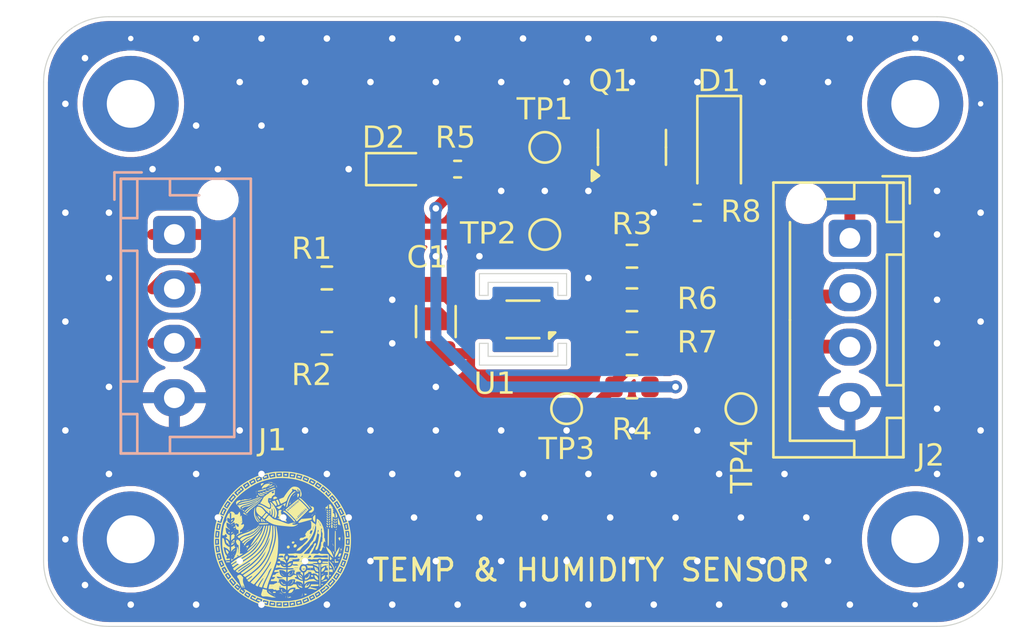
<source format=kicad_pcb>
(kicad_pcb (version 20240108) (generator "pcbnew") (generator_version "8.0")
  (layers (0 "F.Cu" signal) (1 "In1.Cu" signal) (2 "In2.Cu" signal) (31 "B.Cu" signal) (34 "B.Paste" user) (35 "F.Paste" user) (36 "B.SilkS" user "B.Silkscreen") (37 "F.SilkS" user "F.Silkscreen") (38 "B.Mask" user) (39 "F.Mask" user) (44 "Edge.Cuts" user))
  (net 0 "")
  (net 1 "3V3")
  (net 2 "GND")
  (net 3 "VIN")
  (net 4 "Net-(D1-A)")
  (net 5 "Net-(D2-A)")
  (net 6 "/I2C_OUT.SCL")
  (net 7 "/I2C_OUT.SDA")
  (net 8 "/I2C_IN.SCL")
  (net 9 "/I2C_IN.SDA")
  (net 10 "/SDA_R")
  (net 11 "/SCL_R")
  (footprint "LED_SMD:LED_0603_1608Metric" (layer "F.Cu") (at 121.29 43)
    (property "Reference" "D2" (at -0.69 -1.4 0) (layer "F.SilkS") (effects (font (thickness 0.153))))
    (property "Value" "QTLP601CRTR")
    (pad "1" smd roundrect (at -0.7875 0) (size 0.875 0.95) (layers "F.Cu" "F.Paste" "F.Mask") (net 2 "GND"))
    (pad "2" smd roundrect (at 0.7875 0) (size 0.875 0.95) (layers "F.Cu" "F.Paste" "F.Mask") (net 5 "Net-(D2-A)"))
  )
  (footprint "MountingHole:MountingHole_2.2mm_M2_Pad" (layer "F.Cu") (at 145 60)
    (property "Reference" "H1" (hide yes))
    (property "Value" "M2")
    (pad "1" thru_hole circle (at 0 0) (size 4.4 4.4) (drill 2.2) (layers "*.Cu" "*.Mask"))
  )
  (footprint "Resistor_SMD:R_0603_1608Metric" (layer "F.Cu") (at 118 51 180)
    (property "Reference" "R2" (at 0.7 -1.5 180) (layer "F.SilkS") (effects (font (thickness 0.153))))
    (property "Value" "0R")
    (pad "1" smd roundrect (at -0.825 0 180) (size 0.8 0.95) (layers "F.Cu" "F.Paste" "F.Mask") (net 8 "/I2C_IN.SCL"))
    (pad "2" smd roundrect (at 0.825 0 180) (size 0.8 0.95) (layers "F.Cu" "F.Paste" "F.Mask") (net 6 "/I2C_OUT.SCL"))
  )
  (footprint "Resistor_SMD:R_0603_1608Metric" (layer "F.Cu") (at 118 48 180)
    (property "Reference" "R1" (at 0.7 1.3 180) (layer "F.SilkS") (effects (font (thickness 0.153))))
    (property "Value" "0R")
    (pad "1" smd roundrect (at -0.825 0 180) (size 0.8 0.95) (layers "F.Cu" "F.Paste" "F.Mask") (net 9 "/I2C_IN.SDA"))
    (pad "2" smd roundrect (at 0.825 0 180) (size 0.8 0.95) (layers "F.Cu" "F.Paste" "F.Mask") (net 7 "/I2C_OUT.SDA"))
  )
  (footprint "Capacitor_SMD:C_1206_3216Metric" (layer "F.Cu") (at 123 50 -90)
    (property "Reference" "C1" (at -2.9 0.4 180) (layer "F.SilkS") (effects (font (thickness 0.153))))
    (property "Value" "100nF")
    (pad "1" smd roundrect (at -1.475 0 270) (size 1.15 1.8) (layers "F.Cu" "F.Paste" "F.Mask") (roundrect_rratio 0.217391) (net 1 "3V3"))
    (pad "2" smd roundrect (at 1.475 0 270) (size 1.15 1.8) (layers "F.Cu" "F.Paste" "F.Mask") (roundrect_rratio 0.217391) (net 2 "GND"))
  )
  (footprint "Resistor_SMD:R_0603_1608Metric" (layer "F.Cu") (at 132 53)
    (property "Reference" "R4" (at 0 2 0) (layer "F.SilkS") (effects (font (thickness 0.153))))
    (property "Value" "4.7kR")
    (pad "1" smd roundrect (at -0.825 0) (size 0.8 0.95) (layers "F.Cu" "F.Paste" "F.Mask") (net 8 "/I2C_IN.SCL"))
    (pad "2" smd roundrect (at 0.825 0) (size 0.8 0.95) (layers "F.Cu" "F.Paste" "F.Mask") (net 1 "3V3"))
  )
  (footprint "LOGO" (layer "F.Cu") (at 116 60)
    (property "Reference" "G***" (hide yes))
    (property "Value" "LOGO" (hide yes))
  )
  (footprint "Diode_SMD:D_SOD-123" (layer "F.Cu") (at 136 42 -90)
    (property "Reference" "D1" (at -3 0 0) (layer "F.SilkS") (effects (font (thickness 0.153))))
    (property "Value" "MMSZ5231B-7-F")
    (pad "1" smd roundrect (at -1.65 0 270) (size 0.9 1.2) (layers "F.Cu" "F.Paste" "F.Mask") (net 3 "VIN"))
    (pad "2" smd roundrect (at 1.65 0 270) (size 0.9 1.2) (layers "F.Cu" "F.Paste" "F.Mask") (net 4 "Net-(D1-A)"))
  )
  (footprint "MountingHole:MountingHole_2.2mm_M2_Pad" (layer "F.Cu") (at 109 40)
    (property "Reference" "H3" (hide yes))
    (property "Value" "M2")
    (pad "1" thru_hole circle (at 0 0) (size 4.4 4.4) (drill 2.2) (layers "*.Cu" "*.Mask"))
  )
  (footprint "MountingHole:MountingHole_2.2mm_M2_Pad" (layer "F.Cu") (at 109 60)
    (property "Reference" "H4" (hide yes))
    (property "Value" "M2")
    (pad "1" thru_hole circle (at 0 0) (size 4.4 4.4) (drill 2.2) (layers "*.Cu" "*.Mask"))
  )
  (footprint "Resistor_SMD:R_0402_1005Metric" (layer "F.Cu") (at 124 43)
    (property "Reference" "R5" (at -0.1 -1.4 0) (layer "F.SilkS") (effects (font (thickness 0.153))))
    (property "Value" "330R")
    (pad "1" smd roundrect (at -0.51 0) (size 0.54 0.64) (layers "F.Cu" "F.Paste" "F.Mask") (net 5 "Net-(D2-A)"))
    (pad "2" smd roundrect (at 0.51 0) (size 0.54 0.64) (layers "F.Cu" "F.Paste" "F.Mask") (net 1 "3V3"))
  )
  (footprint "Package_TO_SOT_SMD:SOT-23-3" (layer "F.Cu") (at 132 42 90)
    (property "Reference" "Q1" (at 3 -1 0) (layer "F.SilkS") (effects (font (thickness 0.153))))
    (property "Value" "DMP1045U-7")
    (pad "1" smd roundrect (at -1.1375 -0.95 90) (size 1.325 0.6) (layers "F.Cu" "F.Paste" "F.Mask") (net 1 "3V3"))
    (pad "2" smd roundrect (at -1.1375 0.95 90) (size 1.325 0.6) (layers "F.Cu" "F.Paste" "F.Mask") (net 4 "Net-(D1-A)"))
    (pad "3" smd roundrect (at 1.1375 0 90) (size 1.325 0.6) (layers "F.Cu" "F.Paste" "F.Mask") (net 3 "VIN"))
  )
  (footprint "TestPoint:TestPoint_Pad_D1.0mm" (layer "F.Cu") (at 128 42 90)
    (property "Reference" "TP1" (at 1.7 0 180) (layer "F.SilkS") (effects (font (thickness 0.153))))
    (property "Value" "~")
    (pad "1" smd circle (at 0 0 90) (size 1 1) (layers "F.Cu" "F.Mask") (net 1 "3V3"))
  )
  (footprint "Resistor_SMD:R_0603_1608Metric" (layer "F.Cu") (at 132 47)
    (property "Reference" "R3" (at 0 -1.43 0) (layer "F.SilkS") (effects (font (thickness 0.153))))
    (property "Value" "4.7kR")
    (pad "1" smd roundrect (at -0.825 0) (size 0.8 0.95) (layers "F.Cu" "F.Paste" "F.Mask") (net 9 "/I2C_IN.SDA"))
    (pad "2" smd roundrect (at 0.825 0) (size 0.8 0.95) (layers "F.Cu" "F.Paste" "F.Mask") (net 1 "3V3"))
  )
  (footprint "TestPoint:TestPoint_Pad_D1.0mm" (layer "F.Cu") (at 129 54 90)
    (property "Reference" "TP3" (at -1.9 0 0) (layer "F.SilkS") (effects (font (thickness 0.153))))
    (property "Value" "~")
    (pad "1" smd circle (at 0 0 90) (size 1 1) (layers "F.Cu" "F.Mask") (net 8 "/I2C_IN.SCL"))
  )
  (footprint "Resistor_SMD:R_0603_1608Metric" (layer "F.Cu") (at 132 51)
    (property "Reference" "R7" (at 3 0 0) (layer "F.SilkS") (effects (font (thickness 0.153))))
    (property "Value" "0R")
    (pad "1" smd roundrect (at -0.825 0) (size 0.8 0.95) (layers "F.Cu" "F.Paste" "F.Mask") (net 11 "/SCL_R"))
    (pad "2" smd roundrect (at 0.825 0) (size 0.8 0.95) (layers "F.Cu" "F.Paste" "F.Mask") (net 8 "/I2C_IN.SCL"))
  )
  (footprint "Resistor_SMD:R_0603_1608Metric" (layer "F.Cu") (at 132 49)
    (property "Reference" "R6" (at 3 0 0) (layer "F.SilkS") (effects (font (thickness 0.153))))
    (property "Value" "0R")
    (pad "1" smd roundrect (at -0.825 0) (size 0.8 0.95) (layers "F.Cu" "F.Paste" "F.Mask") (net 10 "/SDA_R"))
    (pad "2" smd roundrect (at 0.825 0) (size 0.8 0.95) (layers "F.Cu" "F.Paste" "F.Mask") (net 9 "/I2C_IN.SDA"))
  )
  (footprint "Connector_JST:JST_XH_B4B-XH-AM_1x04_P2.50mm_Vertical" (layer "F.Cu") (at 142 46.175 -90)
    (property "Reference" "J2" (at 10.025 -3.7 180) (layer "F.SilkS") (effects (font (thickness 0.153))))
    (property "Value" "B4B-XH-AM")
    (pad "" np_thru_hole circle (at -1.6 2 270) (size 1.2 1.2) (drill 1.2) (layers "F&B.Cu" "*.Mask"))
    (pad "1" thru_hole roundrect (at 0 0 270) (size 1.7 1.95) (drill 0.95) (layers "*.Cu" "*.Mask") (roundrect_rratio 0.147059) (net 3 "VIN"))
    (pad "2" thru_hole oval (at 2.5 0 270) (size 1.7 1.95) (drill 0.95) (layers "*.Cu" "*.Mask") (net 9 "/I2C_IN.SDA"))
    (pad "3" thru_hole oval (at 5 0 270) (size 1.7 1.95) (drill 0.95) (layers "*.Cu" "*.Mask") (net 8 "/I2C_IN.SCL"))
    (pad "4" thru_hole oval (at 7.5 0 270) (size 1.7 1.95) (drill 0.95) (layers "*.Cu" "*.Mask") (net 2 "GND"))
  )
  (footprint "TestPoint:TestPoint_Pad_D1.0mm" (layer "F.Cu") (at 137 54 90)
    (property "Reference" "TP4" (at -2.6 0.1 90) (layer "F.SilkS") (effects (font (thickness 0.153))))
    (property "Value" "~")
    (pad "1" smd circle (at 0 0 90) (size 1 1) (layers "F.Cu" "F.Mask") (net 2 "GND"))
  )
  (footprint "TestPoint:TestPoint_Pad_D1.0mm" (layer "F.Cu") (at 128 46 90)
    (property "Reference" "TP2" (at 0 -2.6 180) (layer "F.SilkS") (effects (font (thickness 0.153))))
    (property "Value" "~")
    (pad "1" smd circle (at 0 0 90) (size 1 1) (layers "F.Cu" "F.Mask") (net 9 "/I2C_IN.SDA"))
  )
  (footprint "Resistor_SMD:R_0402_1005Metric" (layer "F.Cu") (at 135 45 180)
    (property "Reference" "R8" (at -2 0 180) (layer "F.SilkS") (effects (font (thickness 0.153))))
    (property "Value" "10R")
    (pad "1" smd roundrect (at -0.51 0 180) (size 0.54 0.64) (layers "F.Cu" "F.Paste" "F.Mask") (net 4 "Net-(D1-A)"))
    (pad "2" smd roundrect (at 0.51 0 180) (size 0.54 0.64) (layers "F.Cu" "F.Paste" "F.Mask") (net 2 "GND"))
  )
  (footprint "MountingHole:MountingHole_2.2mm_M2_Pad" (layer "F.Cu") (at 145 40)
    (property "Reference" "H2" (hide yes))
    (property "Value" "M2")
    (pad "1" thru_hole circle (at 0 0) (size 4.4 4.4) (drill 2.2) (layers "*.Cu" "*.Mask"))
  )
  (footprint "Sensor_Humidity:Sensirion_DFN-4_1.5x1.5mm_P0.8mm_SHT4x_NoCentralPad" (layer "F.Cu") (at 127 49.9 180)
    (property "Reference" "U1" (at 1.3 -3 180) (layer "F.SilkS") (effects (font (thickness 0.153))))
    (property "Value" "SHT4x")
    (pad "1" smd rect (at -0.7 -0.4 180) (size 0.5 0.3) (layers "F.Cu" "F.Paste" "F.Mask") (net 11 "/SCL_R"))
    (pad "2" smd rect (at -0.7 0.4 180) (size 0.5 0.3) (layers "F.Cu" "F.Paste" "F.Mask") (net 10 "/SDA_R"))
    (pad "3" smd rect (at 0.7 0.4 180) (size 0.5 0.3) (layers "F.Cu" "F.Paste" "F.Mask") (net 1 "3V3"))
    (pad "4" smd rect (at 0.7 -0.4 180) (size 0.5 0.3) (layers "F.Cu" "F.Paste" "F.Mask") (net 2 "GND"))
    (zone (net 0) (net_name "") (layer "F.Cu") (connect_pads (clearance 0)) (min_thickness 0.254)
      (keepout (tracks not_allowed) (vias not_allowed) (pads allowed) (copperpour not_allowed) (footprints allowed))
      (fill (thermal_gap 0.508) (thermal_bridge_width 0.508))
      (polygon (pts (xy 126.25 50.45) (xy 126.55 50.45) (xy 126.55 50.15) (xy 126.25 50.15) (xy 126.25 49.65) (xy 126.55 49.65) (xy 126.55 49.35) (xy 126.25 49.35) (xy 126.25 49.15) (xy 127.75 49.15) (xy 127.75 49.35) (xy 127.45 49.35) (xy 127.45 49.65) (xy 127.75 49.65) (xy 127.75 50.15) (xy 127.45 50.15) (xy 127.45 50.45) (xy 127.75 50.45) (xy 127.75 50.65) (xy 126.25 50.65)))
    )
  )
  (footprint "Connector_JST:JST_XH_B4B-XH-AM_1x04_P2.50mm_Vertical" (layer "B.Cu") (at 111 46 -90)
    (property "Reference" "J1" (at 9.5 -4.5 180) (layer "F.SilkS"))
    (property "Value" "B4B-XH-AM")
    (pad "" np_thru_hole circle (at -1.6 -2 270) (size 1.2 1.2) (drill 1.2) (layers "F&B.Cu" "*.Mask"))
    (pad "1" thru_hole roundrect (at 0 0 270) (size 1.7 1.95) (drill 0.95) (layers "*.Cu" "*.Mask") (roundrect_rratio 0.147059) (net 3 "VIN"))
    (pad "2" thru_hole oval (at 2.5 0 270) (size 1.7 1.95) (drill 0.95) (layers "*.Cu" "*.Mask") (net 7 "/I2C_OUT.SDA"))
    (pad "3" thru_hole oval (at 5 0 270) (size 1.7 1.95) (drill 0.95) (layers "*.Cu" "*.Mask") (net 6 "/I2C_OUT.SCL"))
    (pad "4" thru_hole oval (at 7.5 0 270) (size 1.7 1.95) (drill 0.95) (layers "*.Cu" "*.Mask") (net 2 "GND"))
  )
  (gr_line (start 125 52) (end 129 52) (stroke (width 0.05)) (layer "Edge.Cuts"))
  (gr_line (start 129 51) (end 128.6 51) (stroke (width 0.05)) (layer "Edge.Cuts"))
  (gr_line (start 105 61) (end 105 39) (stroke (width 0.05)) (layer "Edge.Cuts"))
  (gr_line (start 125 48.8) (end 125.4 48.8) (stroke (width 0.05)) (layer "Edge.Cuts"))
  (gr_line (start 125.4 48.2) (end 128.6 48.2) (stroke (width 0.05)) (layer "Edge.Cuts"))
  (gr_line (start 128.6 48.8) (end 129 48.8) (stroke (width 0.05)) (layer "Edge.Cuts"))
  (gr_arc (start 108 64) (mid 105.87868 63.12132) (end 105 61) (stroke (width 0.05)) (layer "Edge.Cuts"))
  (gr_line (start 149 39) (end 149 61) (stroke (width 0.05)) (layer "Edge.Cuts"))
  (gr_line (start 146 64) (end 108 64) (stroke (width 0.05)) (layer "Edge.Cuts"))
  (gr_line (start 128.6 48.2) (end 128.6 48.8) (stroke (width 0.05)) (layer "Edge.Cuts"))
  (gr_line (start 125.4 48.8) (end 125.4 48.2) (stroke (width 0.05)) (layer "Edge.Cuts"))
  (gr_line (start 129 48.8) (end 129 47.8) (stroke (width 0.05)) (layer "Edge.Cuts"))
  (gr_line (start 125 47.8) (end 125 48.8) (stroke (width 0.05)) (layer "Edge.Cuts"))
  (gr_line (start 129 52) (end 129 51) (stroke (width 0.05)) (layer "Edge.Cuts"))
  (gr_line (start 129 47.8) (end 125 47.8) (stroke (width 0.05)) (layer "Edge.Cuts"))
  (gr_line (start 108 36) (end 146 36) (stroke (width 0.05)) (layer "Edge.Cuts"))
  (gr_arc (start 105 39) (mid 105.87868 36.87868) (end 108 36) (stroke (width 0.05)) (layer "Edge.Cuts"))
  (gr_arc (start 146 36) (mid 148.12132 36.87868) (end 149 39) (stroke (width 0.05)) (layer "Edge.Cuts"))
  (gr_arc (start 149 61) (mid 148.12132 63.12132) (end 146 64) (stroke (width 0.05)) (layer "Edge.Cuts"))
  (gr_line (start 125.4 51.6) (end 125.4 51) (stroke (width 0.05)) (layer "Edge.Cuts"))
  (gr_line (start 128.6 51) (end 128.6 51.6) (stroke (width 0.05)) (layer "Edge.Cuts"))
  (gr_line (start 128.6 51.6) (end 125.4 51.6) (stroke (width 0.05)) (layer "Edge.Cuts"))
  (gr_line (start 125.4 51) (end 125 51) (stroke (width 0.05)) (layer "Edge.Cuts"))
  (gr_line (start 125 51) (end 125 52) (stroke (width 0.05)) (layer "Edge.Cuts"))
  (gr_text "TEMP & HUMIDITY SENSOR" (at 120 62 0) (layer "F.SilkS") (effects (font (size 1 1)) (justify left bottom)))
  (segment (start 131.05 45.225) (end 131.05 43.1375) (width 0.5) (layer "F.Cu") (net 1))
  (segment (start 130.3 42) (end 128 42) (width 0.5) (layer "F.Cu") (net 1))
  (segment (start 123 48.525) (end 123 47) (width 0.5) (layer "F.Cu") (net 1))
  (segment (start 125.51 42) (end 124.51 43) (width 0.5) (layer "F.Cu") (net 1))
  (segment (start 123.325 48.525) (end 123 48.525) (width 0.2) (layer "F.Cu") (net 1))
  (segment (start 128 42) (end 125.51 42) (width 0.5) (layer "F.Cu") (net 1))
  (segment (start 131.05 43.1375) (end 131.05 42.75) (width 0.5) (layer "F.Cu") (net 1))
  (segment (start 123.975 49.5) (end 123 48.525) (width 0.3) (layer "F.Cu") (net 1))
  (segment (start 124.51 43) (end 124.51 43.29) (width 0.5) (layer "F.Cu") (net 1))
  (segment (start 132.825 53) (end 134 53) (width 0.5) (layer "F.Cu") (net 1))
  (segment (start 124.51 43.29) (end 123 44.8) (width 0.5) (layer "F.Cu") (net 1))
  (segment (start 131.05 42.75) (end 130.3 42) (width 0.5) (layer "F.Cu") (net 1))
  (segment (start 132.825 47) (end 131.05 45.225) (width 0.5) (layer "F.Cu") (net 1))
  (segment (start 126.3 49.5) (end 123.975 49.5) (width 0.3) (layer "F.Cu") (net 1))
  (via (at 134 53) (size 0.6) (drill 0.3) (layers "F.Cu" "B.Cu") (net 1))
  (via (at 123 47) (size 0.6) (drill 0.3) (layers "F.Cu" "B.Cu") (net 1))
  (via (at 123 44.8) (size 0.6) (drill 0.3) (layers "F.Cu" "B.Cu") (net 1))
  (segment (start 134 53) (end 125.263604 53) (width 0.5) (layer "B.Cu") (net 1))
  (segment (start 125.263604 53) (end 123 50.736396) (width 0.5) (layer "B.Cu") (net 1))
  (segment (start 123 50.736396) (end 123 47) (width 0.5) (layer "B.Cu") (net 1))
  (segment (start 123 44.8) (end 123 47) (width 0.5) (layer "B.Cu") (net 1))
  (segment (start 134.49 45) (end 133 45) (width 0.5) (layer "F.Cu") (net 2))
  (segment (start 123 53) (end 123 51.475) (width 0.5) (layer "F.Cu") (net 2))
  (via (at 132 39) (size 0.6) (drill 0.3) (layers "F.Cu" "B.Cu") (net 2))
  (via (at 130 44) (size 0.6) (drill 0.3) (layers "F.Cu" "B.Cu") (net 2))
  (via (at 115 41) (size 0.6) (drill 0.3) (layers "F.Cu" "B.Cu") (net 2))
  (via (at 136 57) (size 0.6) (drill 0.3) (layers "F.Cu" "B.Cu") (net 2))
  (via (at 123 61) (size 0.6) (drill 0.3) (layers "F.Cu" "B.Cu") (net 2))
  (via (at 125 47) (size 0.6) (drill 0.3) (layers "F.Cu" "B.Cu") (net 2))
  (via (at 114 39) (size 0.6) (drill 0.3) (layers "F.Cu" "B.Cu") (net 2))
  (via (at 129 55) (size 0.6) (drill 0.3) (layers "F.Cu" "B.Cu") (net 2))
  (via (at 127 57) (size 0.6) (drill 0.3) (layers "F.Cu" "B.Cu") (net 2))
  (via (at 148 60) (size 0.6) (drill 0.3) (layers "F.Cu" "B.Cu") (net 2))
  (via (at 109 63) (size 0.6) (drill 0.3) (layers "F.Cu" "B.Cu") (net 2))
  (via (at 117 61) (size 0.6) (drill 0.3) (layers "F.Cu" "B.Cu") (net 2))
  (via (at 119 43) (size 0.6) (drill 0.3) (layers "F.Cu" "B.Cu") (net 2))
  (via (at 108 45) (size 0.6) (drill 0.3) (layers "F.Cu" "B.Cu") (net 2))
  (via (at 113 59) (size 0.6) (drill 0.3) (layers "F.Cu" "B.Cu") (net 2))
  (via (at 131 59) (size 0.6) (drill 0.3) (layers "F.Cu" "B.Cu") (net 2))
  (via (at 133 63) (size 0.6) (drill 0.3) (layers "F.Cu" "B.Cu") (net 2))
  (via (at 106.9 62.1) (size 0.6) (drill 0.3) (layers "F.Cu" "B.Cu") (net 2))
  (via (at 106 55) (size 0.6) (drill 0.3) (layers "F.Cu" "B.Cu") (net 2))
  (via (at 124 37) (size 0.6) (drill 0.3) (layers "F.Cu" "B.Cu") (net 2))
  (via (at 120 61) (size 0.6) (drill 0.3) (layers "F.Cu" "B.Cu") (net 2))
  (via (at 135 61) (size 0.6) (drill 0.3) (layers "F.Cu" "B.Cu") (net 2))
  (via (at 108 53) (size 0.6) (drill 0.3) (layers "F.Cu" "B.Cu") (net 2))
  (via (at 139 63) (size 0.6) (drill 0.3) (layers "F.Cu" "B.Cu") (net 2))
  (via (at 123 53) (size 0.6) (drill 0.3) (layers "F.Cu" "B.Cu") (net 2))
  (via (at 142 63) (size 0.6) (drill 0.3) (layers "F.Cu" "B.Cu") (net 2))
  (via (at 117 39) (size 0.6) (drill 0.3) (layers "F.Cu" "B.Cu") (net 2))
  (via (at 116 59) (size 0.6) (drill 0.3) (layers "F.Cu" "B.Cu") (net 2))
  (via (at 121 37) (size 0.6) (drill 0.3) (layers "F.Cu" "B.Cu") (net 2))
  (via (at 146 51) (size 0.6) (drill 0.3) (layers "F.Cu" "B.Cu") (net 2))
  (via (at 108 57) (size 0.6) (drill 0.3) (layers "F.Cu" "B.Cu") (net 2))
  (via (at 135 55) (size 0.6) (drill 0.3) (layers "F.Cu" "B.Cu") (net 2))
  (via (at 126 44) (size 0.6) (drill 0.3) (layers "F.Cu" "B.Cu") (net 2))
  (via (at 142 37) (size 0.6) (drill 0.3) (layers "F.Cu" "B.Cu") (net 2))
  (via (at 106.9 37.9) (size 0.6) (drill 0.3) (layers "F.Cu" "B.Cu") (net 2))
  (via (at 129 61) (size 0.6) (drill 0.3) (layers "F.Cu" "B.Cu") (net 2))
  (via (at 130 37) (size 0.6) (drill 0.3) (layers "F.Cu" "B.Cu") (net 2))
  (via (at 123 39) (size 0.6) (drill 0.3) (layers "F.Cu" "B.Cu") (net 2))
  (via (at 139 37) (size 0.6) (drill 0.3) (layers "F.Cu" "B.Cu") (net 2))
  (via (at 119 59) (size 0.6) (drill 0.3) (layers "F.Cu" "B.Cu") (net 2))
  (via (at 135 39) (size 0.6) (drill 0.3) (layers "F.Cu" "B.Cu") (net 2))
  (via (at 130 57) (size 0.6) (drill 0.3) (layers "F.Cu" "B.Cu") (net 2))
  (via (at 128 59) (size 0.6) (drill 0.3) (layers "F.Cu" "B.Cu") (net 2))
  (via (at 127 37) (size 0.6) (drill 0.3) (layers "F.Cu" "B.Cu") (net 2))
  (via (at 112 57) (size 0.6) (drill 0.3) (layers "F.Cu" "B.Cu") (net 2))
  (via (at 130 48) (size 0.6) (drill 0.3) (layers "F.Cu" "B.Cu") (net 2))
  (via (at 106 60) (size 0.6) (drill 0.3) (layers "F.Cu" "B.Cu") (net 2))
  (via (at 137 59) (size 0.6) (drill 0.3) (layers "F.Cu" "B.Cu") (net 2))
  (via (at 112 63) (size 0.6) (drill 0.3) (layers "F.Cu" "B.Cu") (net 2))
  (via (at 120 39) (size 0.6) (drill 0.3) (layers "F.Cu" "B.Cu") (net 2))
  (via (at 121 51) (size 0.6) (drill 0.3) (layers "F.Cu" "B.Cu") (net 2))
  (via (at 108 48) (size 0.6) (drill 0.3) (layers "F.Cu" "B.Cu") (net 2))
  (via (at 123 55) (size 0.6) (drill 0.3) (layers "F.Cu" "B.Cu") (net 2))
  (via (at 115 63) (size 0.6) (drill 0.3) (layers "F.Cu" "B.Cu") (net 2))
  (via (at 126 39) (size 0.6) (drill 0.3) (layers "F.Cu" "B.Cu") (net 2))
  (via (at 112 41) (size 0.6) (drill 0.3) (layers "F.Cu" "B.Cu") (net 2))
  (via (at 141 61) (size 0.6) (drill 0.3) (layers "F.Cu" "B.Cu") (net 2))
  (via (at 138 39) (size 0.6) (drill 0.3) (layers "F.Cu" "B.Cu") (net 2))
  (via (at 120 55) (size 0.6) (drill 0.3) (layers "F.Cu" "B.Cu") (net 2))
  (via (at 114 55) (size 0.6) (drill 0.3) (layers "F.Cu" "B.Cu") (net 2))
  (via (at 145 63) (size 0.6) (drill 0.25) (layers "F.Cu" "B.Cu") (net 2))
  (via (at 140 59) (size 0.6) (drill 0.3) (layers "F.Cu" "B.Cu") (net 2))
  (via (at 106 40) (size 0.6) (drill 0.3) (layers "F.Cu" "B.Cu") (net 2))
  (via (at 134 59) (size 0.6) (drill 0.3) (layers "F.Cu" "B.Cu") (net 2))
  (via (at 118 57) (size 0.6) (drill 0.3) (layers "F.Cu" "B.Cu") (net 2))
  (via (at 146 44) (size 0.6) (drill 0.3) (layers "F.Cu" "B.Cu") (net 2))
  (via (at 146 46) (size 0.6) (drill 0.3) (layers "F.Cu" "B.Cu") (net 2))
  (via (at 121 63) (size 0.6) (drill 0.3) (layers "F.Cu" "B.Cu") (net 2))
  (via (at 147.1 62.1) (size 0.6) (drill 0.3) (layers "F.Cu" "B.Cu") (net 2))
  (via (at 121 49) (size 0.6) (drill 0.3) (layers "F.Cu" "B.Cu") (net 2))
  (via (at 133 37) (size 0.6) (drill 0.3) (layers "F.Cu" "B.Cu") (net 2))
  (via (at 115 37) (size 0.6) (drill 0.3) (layers "F.Cu" "B.Cu") (net 2))
  (via (at 133 45) (size 0.6) (drill 0.3) (layers "F.Cu" "B.Cu") (net 2))
  (via (at 106 50) (size 0.6) (drill 0.3) (layers "F.Cu" "B.Cu") (net 2))
  (via (at 106 45) (size 0.6) (drill 0.3) (layers "F.Cu" "B.Cu") (net 2))
  (via (at 148 55) (size 0.6) (drill 0.3) (layers "F.Cu" "B.Cu") (net 2))
  (via (at 128 44) (size 0.6) (drill 0.3) (layers "F.Cu" "B.Cu") (net 2))
  (via (at 126 55) (size 0.6) (drill 0.3) (layers "F.Cu" "B.Cu") (net 2))
  (via (at 127 63) (size 0.6) (drill 0.3) (layers "F.Cu" "B.Cu") (net 2))
  (via (at 122 59) (size 0.6) (drill 0.3) (layers "F.Cu" "B.Cu") (net 2))
  (via (at 148 50) (size 0.6) (drill 0.3) (layers "F.Cu" "B.Cu") (net 2))
  (via (at 139 57) (size 0.6) (drill 0.3) (layers "F.Cu" "B.Cu") (net 2))
  (via (at 124 57) (size 0.6) (drill 0.3) (layers "F.Cu" "B.Cu") (net 2))
  (via (at 146 54) (size 0.6) (drill 0.3) (layers "F.Cu" "B.Cu") (net 2))
  (via (at 138 61) (size 0.6) (drill 0.3) (layers "F.Cu" "B.Cu") (net 2))
  (via (at 132 55) (size 0.6) (drill 0.3) (layers "F.Cu" "B.Cu") (net 2))
  (via (at 109 37) (size 0.6) (drill 0.25) (layers "F.Cu" "B.Cu") (net 2))
  (via (at 112 37) (size 0.6) (drill 0.3) (layers "F.Cu" "B.Cu") (net 2))
  (via (at 117 55) (size 0.6) (drill 0.3) (layers "F.Cu" "B.Cu") (net 2))
  (via (at 114 61) (size 0.6) (drill 0.3) (layers "F.Cu" "B.Cu") (net 2))
  (via (at 146 49) (size 0.6) (drill 0.3) (layers "F.Cu" "B.Cu") (net 2))
  (via (at 110 43) (size 0.6) (drill 0.3) (layers "F.Cu" "B.Cu") (net 2))
  (via (at 136 63) (size 0.6) (drill 0.3) (layers "F.Cu" "B.Cu") (net 2))
  (via (at 148 45) (size 0.6) (drill 0.3) (layers "F.Cu" "B.Cu") (net 2))
  (via (at 121 57) (size 0.6) (drill 0.3) (layers "F.Cu" "B.Cu") (net 2))
  (via (at 118 63) (size 0.6) (drill 0.3) (layers "F.Cu" "B.Cu") (net 2))
  (via (at 130 63) (size 0.6) (drill 0.3) (layers "F.Cu" "B.Cu") (net 2))
  (via (at 145 37) (size 0.6) (drill 0.3) (layers "F.Cu" "B.Cu") (net 2))
  (via (at 126 61) (size 0.6) (drill 0.3) (layers "F.Cu" "B.Cu") (net 2))
  (via (at 129 39) (size 0.6) (drill 0.3) (layers "F.Cu" "B.Cu") (net 2))
  (via (at 148 40) (size 0.6) (drill 0.25) (layers "F.Cu" "B.Cu") (net 2))
  (via (at 115 57) (size 0.6) (drill 0.3) (layers "F.Cu" "B.Cu") (net 2))
  (via (at 125 59) (size 0.6) (drill 0.3) (layers "F.Cu" "B.Cu") (net 2))
  (via (at 132 61) (size 0.6) (drill 0.3) (layers "F.Cu" "B.Cu") (net 2))
  (via (at 113 43) (size 0.6) (drill 0.3) (layers "F.Cu" "B.Cu") (net 2))
  (via (at 146 57) (size 0.6) (drill 0.3) (layers "F.Cu" "B.Cu") (net 2))
  (via (at 147.1 37.9) (size 0.6) (drill 0.3) (layers "F.Cu" "B.Cu") (net 2))
  (via (at 118 37) (size 0.6) (drill 0.3) (layers "F.Cu" "B.Cu") (net 2))
  (via (at 124 63) (size 0.6) (drill 0.3) (layers "F.Cu" "B.Cu") (net 2))
  (via (at 141 39) (size 0.6) (drill 0.3) (layers "F.Cu" "B.Cu") (net 2))
  (via (at 136 37) (size 0.6) (drill 0.3) (layers "F.Cu" "B.Cu") (net 2))
  (via (at 133 57) (size 0.6) (drill 0.3) (layers "F.Cu" "B.Cu") (net 2))
  (segment (start 132 40.8625) (end 132 40.6) (width 0.5) (layer "F.Cu") (net 3))
  (segment (start 132.5 40.1) (end 135.75 40.1) (width 0.5) (layer "F.Cu") (net 3))
  (segment (start 135.75 40.1) (end 136 40.35) (width 0.5) (layer "F.Cu") (net 3))
  (segment (start 138.472056 40.35) (end 136 40.35) (width 0.5) (layer "F.Cu") (net 3))
  (segment (start 132 40.8625) (end 118.2375 40.8625) (width 0.5) (layer "F.Cu") (net 3))
  (segment (start 142 46.175) (end 142 43.877944) (width 0.5) (layer "F.Cu") (net 3))
  (segment (start 113.1 46) (end 110 46) (width 0.5) (layer "F.Cu") (net 3))
  (segment (start 132 40.6) (end 132.5 40.1) (width 0.5) (layer "F.Cu") (net 3))
  (segment (start 118.2375 40.8625) (end 113.1 46) (width 0.5) (layer "F.Cu") (net 3))
  (segment (start 142 43.877944) (end 138.472056 40.35) (width 0.5) (layer "F.Cu") (net 3))
  (segment (start 135.51 44.14) (end 136 43.65) (width 0.5) (layer "F.Cu") (net 4))
  (segment (start 135.95 43.7) (end 133.30625 43.7) (width 0.5) (layer "F.Cu") (net 4))
  (segment (start 136.25 43.65) (end 136 43.65) (width 0.5) (layer "F.Cu") (net 4))
  (segment (start 135.51 45) (end 135.51 44.14) (width 0.5) (layer "F.Cu") (net 4))
  (segment (start 133.30625 43.7) (end 132.95 43.34375) (width 0.5) (layer "F.Cu") (net 4))
  (segment (start 132.95 43.34375) (end 132.95 43.1375) (width 0.5) (layer "F.Cu") (net 4))
  (segment (start 136 43.65) (end 135.95 43.7) (width 0.5) (layer "F.Cu") (net 4))
  (segment (start 122.2775 43.2) (end 122.0775 43) (width 0.5) (layer "F.Cu") (net 5))
  (segment (start 123.49 43) (end 122.0775 43) (width 0.635) (layer "F.Cu") (net 5))
  (segment (start 117.175 51) (end 110 51) (width 0.5) (layer "F.Cu") (net 6))
  (segment (start 117.175 48) (end 110.5 48) (width 0.5) (layer "F.Cu") (net 7))
  (segment (start 110.5 48) (end 110 48.5) (width 0.5) (layer "F.Cu") (net 7))
  (segment (start 132.825 51.175) (end 132.825 51) (width 0.5) (layer "F.Cu") (net 8))
  (segment (start 142 51.175) (end 141.975 51.15) (width 0.635) (layer "F.Cu") (net 8))
  (segment (start 118.825 51) (end 118.825 51.725) (width 0.5) (layer "F.Cu") (net 8))
  (segment (start 141.975 51.15) (end 133.125 51.15) (width 0.635) (layer "F.Cu") (net 8))
  (segment (start 131.175 52.825) (end 132.825 51.175) (width 0.5) (layer "F.Cu") (net 8))
  (segment (start 118.825 51.725) (end 121.1 54) (width 0.5) (layer "F.Cu") (net 8))
  (segment (start 130.175 54) (end 131.175 53) (width 0.5) (layer "F.Cu") (net 8))
  (segment (start 131.175 52.875) (end 131.175 53) (width 0.3) (layer "F.Cu") (net 8))
  (segment (start 131.175 53) (end 131.175 52.825) (width 0.5) (layer "F.Cu") (net 8))
  (segment (start 121.1 54) (end 129 54) (width 0.5) (layer "F.Cu") (net 8))
  (segment (start 133 51.175) (end 132.825 51) (width 0.3) (layer "F.Cu") (net 8))
  (segment (start 129 54) (end 130.175 54) (width 0.5) (layer "F.Cu") (net 8))
  (segment (start 120.825 46) (end 128 46) (width 0.5) (layer "F.Cu") (net 9))
  (segment (start 132.825 48.65) (end 131.175 47) (width 0.635) (layer "F.Cu") (net 9))
  (segment (start 132.825 49) (end 132.825 48.65) (width 0.635) (layer "F.Cu") (net 9))
  (segment (start 118.825 48) (end 120.825 46) (width 0.5) (layer "F.Cu") (net 9))
  (segment (start 141.825 48.85) (end 132.975 48.85) (width 0.635) (layer "F.Cu") (net 9))
  (segment (start 130.175 46) (end 128 46) (width 0.5) (layer "F.Cu") (net 9))
  (segment (start 142 48.675) (end 141.825 48.85) (width 0.635) (layer "F.Cu") (net 9))
  (segment (start 132.975 48.85) (end 132.825 49) (width 0.635) (layer "F.Cu") (net 9))
  (segment (start 131.175 47) (end 130.175 46) (width 0.5) (layer "F.Cu") (net 9))
  (segment (start 127.7 49.5) (end 130.675 49.5) (width 0.3) (layer "F.Cu") (net 10))
  (segment (start 130.675 49.5) (end 131.175 49) (width 0.3) (layer "F.Cu") (net 10))
  (segment (start 131.175 50.875) (end 131.175 51) (width 0.3) (layer "F.Cu") (net 11))
  (segment (start 127.7 50.3) (end 130.6 50.3) (width 0.3) (layer "F.Cu") (net 11))
  (segment (start 130.6 50.3) (end 131.175 50.875) (width 0.3) (layer "F.Cu") (net 11))
  (zone (net 2) (net_name "GND") (layers "F.Cu" "In1.Cu" "In2.Cu" "B.Cu") (name "GND") (connect_pads (clearance 0.25)) (min_thickness 0.15) (fill yes (thermal_gap 0.5) (thermal_bridge_width 0.5))
    (polygon (pts (xy 103 36) (xy 103 64) (xy 150 64) (xy 150 36)))
  )
)
</source>
